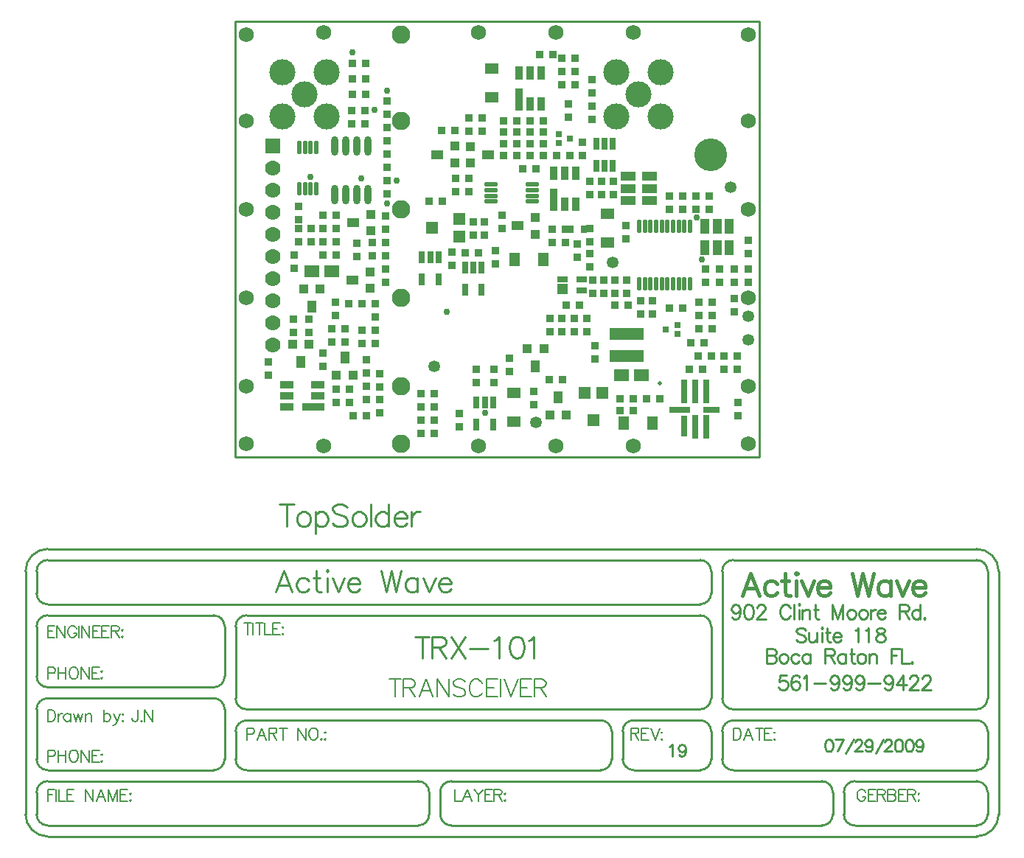
<source format=gts>
%FSLAX24Y24*%
%MOIN*%
G70*
G01*
G75*
G04 Layer_Color=8388736*
%ADD10R,0.0300X0.0300*%
%ADD11R,0.0200X0.0300*%
%ADD12R,0.0360X0.0360*%
%ADD13R,0.0500X0.0360*%
%ADD14R,0.0250X0.0950*%
%ADD15R,0.0250X0.0550*%
%ADD16R,0.0950X0.0250*%
%ADD17R,0.0550X0.0250*%
%ADD18R,0.0236X0.1000*%
%ADD19R,0.0236X0.0900*%
%ADD20R,0.0700X0.0236*%
%ADD21R,0.0900X0.0236*%
%ADD22R,0.0315X0.0591*%
%ADD23R,0.0591X0.0315*%
%ADD24O,0.0600X0.0160*%
%ADD25R,0.0200X0.0500*%
%ADD26O,0.0240X0.0800*%
%ADD27O,0.0160X0.0600*%
%ADD28O,0.0160X0.0600*%
%ADD29R,0.0394X0.0197*%
%ADD30R,0.0394X0.0394*%
%ADD31R,0.0300X0.0300*%
%ADD32R,0.0472X0.0472*%
%ADD33R,0.0472X0.0472*%
%ADD34R,0.0236X0.0236*%
%ADD35R,0.0360X0.0500*%
%ADD36R,0.0360X0.0360*%
%ADD37R,0.0600X0.0500*%
%ADD38C,0.0120*%
%ADD39R,0.1500X0.0500*%
%ADD40R,0.0550X0.0400*%
%ADD41R,0.0400X0.0550*%
%ADD42C,0.0140*%
%ADD43C,0.0120*%
%ADD44C,0.0300*%
%ADD45C,0.0100*%
%ADD46C,0.0200*%
%ADD47C,0.0080*%
%ADD48C,0.0090*%
%ADD49C,0.0150*%
%ADD50C,0.0050*%
%ADD51C,0.1100*%
%ADD52C,0.0620*%
%ADD53R,0.0620X0.0620*%
%ADD54C,0.0600*%
%ADD55C,0.0750*%
%ADD56C,0.1400*%
%ADD57C,0.0450*%
%ADD58C,0.0220*%
%ADD59C,0.0098*%
%ADD60C,0.0060*%
%ADD61R,0.0380X0.0380*%
%ADD62R,0.0280X0.0380*%
%ADD63R,0.0440X0.0440*%
%ADD64R,0.0580X0.0440*%
%ADD65R,0.0330X0.1030*%
%ADD66R,0.0330X0.0630*%
%ADD67R,0.1030X0.0330*%
%ADD68R,0.0630X0.0330*%
%ADD69R,0.0316X0.1080*%
%ADD70R,0.0316X0.0980*%
%ADD71R,0.0780X0.0316*%
%ADD72R,0.0980X0.0316*%
%ADD73R,0.0395X0.0671*%
%ADD74R,0.0671X0.0395*%
%ADD75O,0.0640X0.0200*%
%ADD76R,0.0280X0.0580*%
%ADD77O,0.0320X0.0880*%
%ADD78O,0.0200X0.0640*%
%ADD79O,0.0200X0.0640*%
%ADD80R,0.0474X0.0277*%
%ADD81R,0.0474X0.0474*%
%ADD82R,0.0380X0.0380*%
%ADD83R,0.0552X0.0552*%
%ADD84R,0.0552X0.0552*%
%ADD85R,0.0316X0.0316*%
%ADD86R,0.0440X0.0580*%
%ADD87R,0.0440X0.0440*%
%ADD88R,0.0680X0.0580*%
%ADD89C,0.0200*%
%ADD90R,0.1580X0.0580*%
%ADD91R,0.0630X0.0480*%
%ADD92R,0.0480X0.0630*%
%ADD93C,0.1180*%
%ADD94C,0.0700*%
%ADD95R,0.0700X0.0700*%
%ADD96C,0.0680*%
%ADD97C,0.0830*%
%ADD98C,0.1480*%
%ADD99C,0.0530*%
%ADD100C,0.0300*%
D45*
X1833Y-2750D02*
Y-3750D01*
X1500Y-2750D02*
X2167D01*
X2524Y-3083D02*
X2428Y-3131D01*
X2333Y-3226D01*
X2286Y-3369D01*
Y-3464D01*
X2333Y-3607D01*
X2428Y-3702D01*
X2524Y-3750D01*
X2666D01*
X2762Y-3702D01*
X2857Y-3607D01*
X2904Y-3464D01*
Y-3369D01*
X2857Y-3226D01*
X2762Y-3131D01*
X2666Y-3083D01*
X2524D01*
X3123D02*
Y-4083D01*
Y-3226D02*
X3219Y-3131D01*
X3314Y-3083D01*
X3457D01*
X3552Y-3131D01*
X3647Y-3226D01*
X3695Y-3369D01*
Y-3464D01*
X3647Y-3607D01*
X3552Y-3702D01*
X3457Y-3750D01*
X3314D01*
X3219Y-3702D01*
X3123Y-3607D01*
X4576Y-2893D02*
X4480Y-2798D01*
X4337Y-2750D01*
X4147D01*
X4004Y-2798D01*
X3909Y-2893D01*
Y-2988D01*
X3957Y-3083D01*
X4004Y-3131D01*
X4099Y-3179D01*
X4385Y-3274D01*
X4480Y-3322D01*
X4528Y-3369D01*
X4576Y-3464D01*
Y-3607D01*
X4480Y-3702D01*
X4337Y-3750D01*
X4147D01*
X4004Y-3702D01*
X3909Y-3607D01*
X5037Y-3083D02*
X4942Y-3131D01*
X4847Y-3226D01*
X4799Y-3369D01*
Y-3464D01*
X4847Y-3607D01*
X4942Y-3702D01*
X5037Y-3750D01*
X5180D01*
X5275Y-3702D01*
X5371Y-3607D01*
X5418Y-3464D01*
Y-3369D01*
X5371Y-3226D01*
X5275Y-3131D01*
X5180Y-3083D01*
X5037D01*
X5637Y-2750D02*
Y-3750D01*
X6418Y-2750D02*
Y-3750D01*
Y-3226D02*
X6323Y-3131D01*
X6228Y-3083D01*
X6085D01*
X5990Y-3131D01*
X5894Y-3226D01*
X5847Y-3369D01*
Y-3464D01*
X5894Y-3607D01*
X5990Y-3702D01*
X6085Y-3750D01*
X6228D01*
X6323Y-3702D01*
X6418Y-3607D01*
X6685Y-3369D02*
X7256D01*
Y-3274D01*
X7208Y-3179D01*
X7161Y-3131D01*
X7065Y-3083D01*
X6923D01*
X6827Y-3131D01*
X6732Y-3226D01*
X6685Y-3369D01*
Y-3464D01*
X6732Y-3607D01*
X6827Y-3702D01*
X6923Y-3750D01*
X7065D01*
X7161Y-3702D01*
X7256Y-3607D01*
X7470Y-3083D02*
Y-3750D01*
Y-3369D02*
X7518Y-3226D01*
X7613Y-3131D01*
X7708Y-3083D01*
X7851D01*
X21633Y13042D02*
G03*
X21633Y13042I-650J0D01*
G01*
X-497Y-600D02*
Y19100D01*
X-497Y-600D02*
X23203D01*
Y19100D01*
X-497D02*
X23203D01*
X8268Y-15769D02*
G03*
X7768Y-15269I-500J0D01*
G01*
X7779Y-17269D02*
G03*
X8268Y-16772I8J480D01*
G01*
X9268Y-15269D02*
G03*
X8768Y-15769I0J-500D01*
G01*
Y-16769D02*
G03*
X9259Y-17269I500J0D01*
G01*
X26518Y-15769D02*
G03*
X26018Y-15269I-500J0D01*
G01*
X26029Y-17269D02*
G03*
X26518Y-16772I8J480D01*
G01*
X27018Y-16779D02*
G03*
X27516Y-17269I490J0D01*
G01*
X27518Y-15269D02*
G03*
X27018Y-15769I0J-500D01*
G01*
X-982Y-8259D02*
G03*
X-1472Y-7769I-490J0D01*
G01*
X-1462Y-11019D02*
G03*
X-982Y-10539I0J480D01*
G01*
Y-12009D02*
G03*
X-1489Y-11519I-490J0D01*
G01*
X-482Y-11529D02*
G03*
X8Y-12019I490J0D01*
G01*
X-482Y-14279D02*
G03*
X8Y-14769I490J0D01*
G01*
X-1472D02*
G03*
X-982Y-14279I0J490D01*
G01*
X16518Y-13009D02*
G03*
X16028Y-12519I-490J0D01*
G01*
Y-14769D02*
G03*
X16518Y-14270I0J490D01*
G01*
X17018Y-14259D02*
G03*
X17519Y-14769I510J0D01*
G01*
X17498Y-12519D02*
G03*
X17018Y-13024I0J-480D01*
G01*
X18Y-12519D02*
G03*
X-482Y-13019I0J-500D01*
G01*
X18Y-7769D02*
G03*
X-482Y-8269I0J-500D01*
G01*
X-9482Y-14269D02*
G03*
X-8991Y-14769I500J0D01*
G01*
X-8982Y-11519D02*
G03*
X-9482Y-12019I0J-500D01*
G01*
Y-10519D02*
G03*
X-8982Y-11019I500J0D01*
G01*
Y-7769D02*
G03*
X-9482Y-8269I0J-500D01*
G01*
Y-6769D02*
G03*
X-8982Y-7269I500J0D01*
G01*
Y-5269D02*
G03*
X-9482Y-5769I0J-500D01*
G01*
X21018D02*
G03*
X20518Y-5269I-500J0D01*
G01*
X22018D02*
G03*
X21518Y-5769I0J-500D01*
G01*
X20518Y-7269D02*
G03*
X21018Y-6769I0J500D01*
G01*
Y-8269D02*
G03*
X20518Y-7769I-500J0D01*
G01*
X-8982Y-15269D02*
G03*
X-9482Y-15769I0J-500D01*
G01*
X20527Y-12019D02*
G03*
X21018Y-11519I-9J500D01*
G01*
X-9482Y-16769D02*
G03*
X-8991Y-17269I500J0D01*
G01*
X21018Y-13009D02*
G03*
X20528Y-12519I-490J0D01*
G01*
X21518Y-14279D02*
G03*
X22016Y-14769I490J0D01*
G01*
X20518Y-14769D02*
G03*
X21018Y-14269I0J500D01*
G01*
X33018Y-17269D02*
G03*
X33518Y-16769I0J500D01*
G01*
X33518Y-15760D02*
G03*
X33018Y-15269I-500J-9D01*
G01*
Y-14769D02*
G03*
X33518Y-14269I0J500D01*
G01*
Y-5759D02*
G03*
X33011Y-5269I-490J0D01*
G01*
X34018Y-5769D02*
G03*
X33018Y-4769I-1000J0D01*
G01*
Y-17769D02*
G03*
X34018Y-16769I0J1000D01*
G01*
X-9982Y-16759D02*
G03*
X-8990Y-17769I1010J0D01*
G01*
X-8982Y-4769D02*
G03*
X-9982Y-5769I0J-1000D01*
G01*
X21518Y-11519D02*
G03*
X22018Y-12019I500J0D01*
G01*
X33018D02*
G03*
X33518Y-11519I0J500D01*
G01*
X22018Y-12519D02*
G03*
X21518Y-13019I0J-500D01*
G01*
X33518Y-13009D02*
G03*
X33028Y-12519I-490J0D01*
G01*
X9268Y-17269D02*
X26018D01*
X-8982D02*
X7768D01*
X-8982Y-15269D02*
X7768D01*
X9268D02*
X26018D01*
X27518Y-17269D02*
X33018D01*
X27518Y-15269D02*
X33018D01*
X-8982Y-5269D02*
X20518D01*
X-8982Y-17769D02*
X33018D01*
X-8982Y-4769D02*
X33018D01*
X-8982Y-14769D02*
X-1482D01*
X-8982Y-11519D02*
X-1482D01*
X-8982Y-11019D02*
X-1482D01*
X-8982Y-7769D02*
X-1482D01*
X-8982Y-7269D02*
X20518D01*
X18Y-7769D02*
X20518D01*
X18Y-12519D02*
X16018D01*
X18Y-14769D02*
X16018D01*
X17518D02*
X20518D01*
X17518Y-12519D02*
X20518D01*
X22018Y-14769D02*
X33018D01*
X22018Y-5269D02*
X33018D01*
X18Y-12019D02*
X20518D01*
X22018D02*
X33018D01*
X22018Y-12519D02*
X33018D01*
X8268Y-16769D02*
Y-15769D01*
X8768Y-16769D02*
Y-15769D01*
X26518Y-16769D02*
Y-15769D01*
X27018Y-16769D02*
Y-15769D01*
X34018Y-16769D02*
Y-5769D01*
X-9482Y-14269D02*
Y-12019D01*
X-982Y-14269D02*
Y-12019D01*
X-9482Y-10519D02*
Y-8269D01*
X-982Y-10519D02*
Y-8269D01*
X-9482Y-6769D02*
Y-5769D01*
X21018Y-6769D02*
Y-5769D01*
Y-11519D02*
Y-8269D01*
X-482Y-11519D02*
Y-8269D01*
X16518Y-14269D02*
Y-13019D01*
X-482Y-14269D02*
Y-13019D01*
X17018Y-14269D02*
Y-13019D01*
X21018Y-14269D02*
Y-13019D01*
X33518Y-16769D02*
Y-15769D01*
X-9482Y-16769D02*
Y-15769D01*
X-9982Y-16769D02*
Y-5769D01*
X21518Y-11519D02*
Y-5769D01*
X33518Y-11519D02*
Y-5769D01*
X21518Y-14269D02*
Y-13019D01*
X33518Y-14269D02*
Y-13009D01*
X25305Y-8429D02*
X25244Y-8368D01*
X25153Y-8337D01*
X25031D01*
X24940Y-8368D01*
X24879Y-8429D01*
Y-8490D01*
X24909Y-8551D01*
X24940Y-8581D01*
X25000Y-8612D01*
X25183Y-8672D01*
X25244Y-8703D01*
X25275Y-8733D01*
X25305Y-8794D01*
Y-8886D01*
X25244Y-8947D01*
X25153Y-8977D01*
X25031D01*
X24940Y-8947D01*
X24879Y-8886D01*
X25448Y-8551D02*
Y-8855D01*
X25479Y-8947D01*
X25540Y-8977D01*
X25631D01*
X25692Y-8947D01*
X25784Y-8855D01*
Y-8551D02*
Y-8977D01*
X26012Y-8337D02*
X26043Y-8368D01*
X26073Y-8337D01*
X26043Y-8307D01*
X26012Y-8337D01*
X26043Y-8551D02*
Y-8977D01*
X26277Y-8337D02*
Y-8855D01*
X26308Y-8947D01*
X26369Y-8977D01*
X26429D01*
X26186Y-8551D02*
X26399D01*
X26521Y-8733D02*
X26887D01*
Y-8672D01*
X26856Y-8612D01*
X26826Y-8581D01*
X26765Y-8551D01*
X26673D01*
X26612Y-8581D01*
X26551Y-8642D01*
X26521Y-8733D01*
Y-8794D01*
X26551Y-8886D01*
X26612Y-8947D01*
X26673Y-8977D01*
X26765D01*
X26826Y-8947D01*
X26887Y-8886D01*
X27526Y-8459D02*
X27587Y-8429D01*
X27679Y-8337D01*
Y-8977D01*
X27996Y-8459D02*
X28057Y-8429D01*
X28148Y-8337D01*
Y-8977D01*
X28617Y-8337D02*
X28526Y-8368D01*
X28495Y-8429D01*
Y-8490D01*
X28526Y-8551D01*
X28587Y-8581D01*
X28709Y-8612D01*
X28800Y-8642D01*
X28861Y-8703D01*
X28891Y-8764D01*
Y-8855D01*
X28861Y-8916D01*
X28830Y-8947D01*
X28739Y-8977D01*
X28617D01*
X28526Y-8947D01*
X28495Y-8916D01*
X28465Y-8855D01*
Y-8764D01*
X28495Y-8703D01*
X28556Y-8642D01*
X28648Y-8612D01*
X28770Y-8581D01*
X28830Y-8551D01*
X28861Y-8490D01*
Y-8429D01*
X28830Y-8368D01*
X28739Y-8337D01*
X28617D01*
X24444Y-10487D02*
X24140D01*
X24109Y-10762D01*
X24140Y-10731D01*
X24231Y-10701D01*
X24322D01*
X24414Y-10731D01*
X24475Y-10792D01*
X24505Y-10883D01*
Y-10944D01*
X24475Y-11036D01*
X24414Y-11097D01*
X24322Y-11127D01*
X24231D01*
X24140Y-11097D01*
X24109Y-11066D01*
X24079Y-11005D01*
X25014Y-10579D02*
X24984Y-10518D01*
X24892Y-10487D01*
X24831D01*
X24740Y-10518D01*
X24679Y-10609D01*
X24648Y-10762D01*
Y-10914D01*
X24679Y-11036D01*
X24740Y-11097D01*
X24831Y-11127D01*
X24862D01*
X24953Y-11097D01*
X25014Y-11036D01*
X25044Y-10944D01*
Y-10914D01*
X25014Y-10822D01*
X24953Y-10762D01*
X24862Y-10731D01*
X24831D01*
X24740Y-10762D01*
X24679Y-10822D01*
X24648Y-10914D01*
X25185Y-10609D02*
X25246Y-10579D01*
X25337Y-10487D01*
Y-11127D01*
X25654Y-10853D02*
X26202D01*
X26787Y-10701D02*
X26757Y-10792D01*
X26696Y-10853D01*
X26605Y-10883D01*
X26574D01*
X26483Y-10853D01*
X26422Y-10792D01*
X26391Y-10701D01*
Y-10670D01*
X26422Y-10579D01*
X26483Y-10518D01*
X26574Y-10487D01*
X26605D01*
X26696Y-10518D01*
X26757Y-10579D01*
X26787Y-10701D01*
Y-10853D01*
X26757Y-11005D01*
X26696Y-11097D01*
X26605Y-11127D01*
X26544D01*
X26452Y-11097D01*
X26422Y-11036D01*
X27357Y-10701D02*
X27327Y-10792D01*
X27266Y-10853D01*
X27174Y-10883D01*
X27144D01*
X27052Y-10853D01*
X26991Y-10792D01*
X26961Y-10701D01*
Y-10670D01*
X26991Y-10579D01*
X27052Y-10518D01*
X27144Y-10487D01*
X27174D01*
X27266Y-10518D01*
X27327Y-10579D01*
X27357Y-10701D01*
Y-10853D01*
X27327Y-11005D01*
X27266Y-11097D01*
X27174Y-11127D01*
X27113D01*
X27022Y-11097D01*
X26991Y-11036D01*
X27927Y-10701D02*
X27896Y-10792D01*
X27836Y-10853D01*
X27744Y-10883D01*
X27714D01*
X27622Y-10853D01*
X27561Y-10792D01*
X27531Y-10701D01*
Y-10670D01*
X27561Y-10579D01*
X27622Y-10518D01*
X27714Y-10487D01*
X27744D01*
X27836Y-10518D01*
X27896Y-10579D01*
X27927Y-10701D01*
Y-10853D01*
X27896Y-11005D01*
X27836Y-11097D01*
X27744Y-11127D01*
X27683D01*
X27592Y-11097D01*
X27561Y-11036D01*
X28101Y-10853D02*
X28649D01*
X29234Y-10701D02*
X29204Y-10792D01*
X29143Y-10853D01*
X29051Y-10883D01*
X29021D01*
X28929Y-10853D01*
X28868Y-10792D01*
X28838Y-10701D01*
Y-10670D01*
X28868Y-10579D01*
X28929Y-10518D01*
X29021Y-10487D01*
X29051D01*
X29143Y-10518D01*
X29204Y-10579D01*
X29234Y-10701D01*
Y-10853D01*
X29204Y-11005D01*
X29143Y-11097D01*
X29051Y-11127D01*
X28990D01*
X28899Y-11097D01*
X28868Y-11036D01*
X29712Y-10487D02*
X29408Y-10914D01*
X29865D01*
X29712Y-10487D02*
Y-11127D01*
X30008Y-10640D02*
Y-10609D01*
X30038Y-10548D01*
X30069Y-10518D01*
X30130Y-10487D01*
X30252D01*
X30313Y-10518D01*
X30343Y-10548D01*
X30374Y-10609D01*
Y-10670D01*
X30343Y-10731D01*
X30282Y-10822D01*
X29978Y-11127D01*
X30404D01*
X30578Y-10640D02*
Y-10609D01*
X30608Y-10548D01*
X30639Y-10518D01*
X30700Y-10487D01*
X30822D01*
X30882Y-10518D01*
X30913Y-10548D01*
X30943Y-10609D01*
Y-10670D01*
X30913Y-10731D01*
X30852Y-10822D01*
X30547Y-11127D01*
X30974D01*
X22325Y-7501D02*
X22294Y-7592D01*
X22233Y-7653D01*
X22142Y-7683D01*
X22111D01*
X22020Y-7653D01*
X21959Y-7592D01*
X21929Y-7501D01*
Y-7470D01*
X21959Y-7379D01*
X22020Y-7318D01*
X22111Y-7287D01*
X22142D01*
X22233Y-7318D01*
X22294Y-7379D01*
X22325Y-7501D01*
Y-7653D01*
X22294Y-7805D01*
X22233Y-7897D01*
X22142Y-7927D01*
X22081D01*
X21990Y-7897D01*
X21959Y-7836D01*
X22681Y-7287D02*
X22590Y-7318D01*
X22529Y-7409D01*
X22498Y-7562D01*
Y-7653D01*
X22529Y-7805D01*
X22590Y-7897D01*
X22681Y-7927D01*
X22742D01*
X22834Y-7897D01*
X22894Y-7805D01*
X22925Y-7653D01*
Y-7562D01*
X22894Y-7409D01*
X22834Y-7318D01*
X22742Y-7287D01*
X22681D01*
X23099Y-7440D02*
Y-7409D01*
X23129Y-7348D01*
X23160Y-7318D01*
X23221Y-7287D01*
X23342D01*
X23403Y-7318D01*
X23434Y-7348D01*
X23464Y-7409D01*
Y-7470D01*
X23434Y-7531D01*
X23373Y-7622D01*
X23068Y-7927D01*
X23495D01*
X24598Y-7440D02*
X24567Y-7379D01*
X24506Y-7318D01*
X24445Y-7287D01*
X24323D01*
X24263Y-7318D01*
X24202Y-7379D01*
X24171Y-7440D01*
X24141Y-7531D01*
Y-7683D01*
X24171Y-7775D01*
X24202Y-7836D01*
X24263Y-7897D01*
X24323Y-7927D01*
X24445D01*
X24506Y-7897D01*
X24567Y-7836D01*
X24598Y-7775D01*
X24778Y-7287D02*
Y-7927D01*
X24973Y-7287D02*
X25003Y-7318D01*
X25033Y-7287D01*
X25003Y-7257D01*
X24973Y-7287D01*
X25003Y-7501D02*
Y-7927D01*
X25146Y-7501D02*
Y-7927D01*
Y-7622D02*
X25238Y-7531D01*
X25299Y-7501D01*
X25390D01*
X25451Y-7531D01*
X25481Y-7622D01*
Y-7927D01*
X25740Y-7287D02*
Y-7805D01*
X25771Y-7897D01*
X25832Y-7927D01*
X25893D01*
X25649Y-7501D02*
X25862D01*
X26487Y-7287D02*
Y-7927D01*
Y-7287D02*
X26731Y-7927D01*
X26974Y-7287D02*
X26731Y-7927D01*
X26974Y-7287D02*
Y-7927D01*
X27310Y-7501D02*
X27249Y-7531D01*
X27188Y-7592D01*
X27157Y-7683D01*
Y-7744D01*
X27188Y-7836D01*
X27249Y-7897D01*
X27310Y-7927D01*
X27401D01*
X27462Y-7897D01*
X27523Y-7836D01*
X27553Y-7744D01*
Y-7683D01*
X27523Y-7592D01*
X27462Y-7531D01*
X27401Y-7501D01*
X27310D01*
X27846D02*
X27785Y-7531D01*
X27724Y-7592D01*
X27693Y-7683D01*
Y-7744D01*
X27724Y-7836D01*
X27785Y-7897D01*
X27846Y-7927D01*
X27937D01*
X27998Y-7897D01*
X28059Y-7836D01*
X28090Y-7744D01*
Y-7683D01*
X28059Y-7592D01*
X27998Y-7531D01*
X27937Y-7501D01*
X27846D01*
X28230D02*
Y-7927D01*
Y-7683D02*
X28260Y-7592D01*
X28321Y-7531D01*
X28382Y-7501D01*
X28473D01*
X28531Y-7683D02*
X28897D01*
Y-7622D01*
X28867Y-7562D01*
X28836Y-7531D01*
X28775Y-7501D01*
X28684D01*
X28623Y-7531D01*
X28562Y-7592D01*
X28531Y-7683D01*
Y-7744D01*
X28562Y-7836D01*
X28623Y-7897D01*
X28684Y-7927D01*
X28775D01*
X28836Y-7897D01*
X28897Y-7836D01*
X29537Y-7287D02*
Y-7927D01*
Y-7287D02*
X29811D01*
X29902Y-7318D01*
X29933Y-7348D01*
X29963Y-7409D01*
Y-7470D01*
X29933Y-7531D01*
X29902Y-7562D01*
X29811Y-7592D01*
X29537D01*
X29750D02*
X29963Y-7927D01*
X30472Y-7287D02*
Y-7927D01*
Y-7592D02*
X30411Y-7531D01*
X30350Y-7501D01*
X30259D01*
X30198Y-7531D01*
X30137Y-7592D01*
X30107Y-7683D01*
Y-7744D01*
X30137Y-7836D01*
X30198Y-7897D01*
X30259Y-7927D01*
X30350D01*
X30411Y-7897D01*
X30472Y-7836D01*
X30673Y-7866D02*
X30643Y-7897D01*
X30673Y-7927D01*
X30704Y-7897D01*
X30673Y-7866D01*
X23529Y-9287D02*
Y-9927D01*
Y-9287D02*
X23803D01*
X23894Y-9318D01*
X23925Y-9348D01*
X23955Y-9409D01*
Y-9470D01*
X23925Y-9531D01*
X23894Y-9562D01*
X23803Y-9592D01*
X23529D02*
X23803D01*
X23894Y-9622D01*
X23925Y-9653D01*
X23955Y-9714D01*
Y-9805D01*
X23925Y-9866D01*
X23894Y-9897D01*
X23803Y-9927D01*
X23529D01*
X24251Y-9501D02*
X24190Y-9531D01*
X24129Y-9592D01*
X24098Y-9683D01*
Y-9744D01*
X24129Y-9836D01*
X24190Y-9897D01*
X24251Y-9927D01*
X24342D01*
X24403Y-9897D01*
X24464Y-9836D01*
X24494Y-9744D01*
Y-9683D01*
X24464Y-9592D01*
X24403Y-9531D01*
X24342Y-9501D01*
X24251D01*
X25000Y-9592D02*
X24939Y-9531D01*
X24878Y-9501D01*
X24787D01*
X24726Y-9531D01*
X24665Y-9592D01*
X24635Y-9683D01*
Y-9744D01*
X24665Y-9836D01*
X24726Y-9897D01*
X24787Y-9927D01*
X24878D01*
X24939Y-9897D01*
X25000Y-9836D01*
X25503Y-9501D02*
Y-9927D01*
Y-9592D02*
X25442Y-9531D01*
X25381Y-9501D01*
X25290D01*
X25229Y-9531D01*
X25168Y-9592D01*
X25137Y-9683D01*
Y-9744D01*
X25168Y-9836D01*
X25229Y-9897D01*
X25290Y-9927D01*
X25381D01*
X25442Y-9897D01*
X25503Y-9836D01*
X26176Y-9287D02*
Y-9927D01*
Y-9287D02*
X26451D01*
X26542Y-9318D01*
X26572Y-9348D01*
X26603Y-9409D01*
Y-9470D01*
X26572Y-9531D01*
X26542Y-9562D01*
X26451Y-9592D01*
X26176D01*
X26390D02*
X26603Y-9927D01*
X27112Y-9501D02*
Y-9927D01*
Y-9592D02*
X27051Y-9531D01*
X26990Y-9501D01*
X26899D01*
X26838Y-9531D01*
X26777Y-9592D01*
X26746Y-9683D01*
Y-9744D01*
X26777Y-9836D01*
X26838Y-9897D01*
X26899Y-9927D01*
X26990D01*
X27051Y-9897D01*
X27112Y-9836D01*
X27374Y-9287D02*
Y-9805D01*
X27404Y-9897D01*
X27465Y-9927D01*
X27526D01*
X27282Y-9501D02*
X27496D01*
X27770D02*
X27709Y-9531D01*
X27648Y-9592D01*
X27618Y-9683D01*
Y-9744D01*
X27648Y-9836D01*
X27709Y-9897D01*
X27770Y-9927D01*
X27861D01*
X27922Y-9897D01*
X27983Y-9836D01*
X28014Y-9744D01*
Y-9683D01*
X27983Y-9592D01*
X27922Y-9531D01*
X27861Y-9501D01*
X27770D01*
X28154D02*
Y-9927D01*
Y-9622D02*
X28245Y-9531D01*
X28306Y-9501D01*
X28398D01*
X28459Y-9531D01*
X28489Y-9622D01*
Y-9927D01*
X29159Y-9287D02*
Y-9927D01*
Y-9287D02*
X29555D01*
X29159Y-9592D02*
X29403D01*
X29629Y-9287D02*
Y-9927D01*
X29994D01*
X30095Y-9866D02*
X30064Y-9897D01*
X30095Y-9927D01*
X30125Y-9897D01*
X30095Y-9866D01*
D47*
X6747Y-10660D02*
Y-11460D01*
X6480Y-10660D02*
X7013D01*
X7108D02*
Y-11460D01*
Y-10660D02*
X7451D01*
X7565Y-10698D01*
X7604Y-10736D01*
X7642Y-10813D01*
Y-10889D01*
X7604Y-10965D01*
X7565Y-11003D01*
X7451Y-11041D01*
X7108D01*
X7375D02*
X7642Y-11460D01*
X8430D02*
X8125Y-10660D01*
X7821Y-11460D01*
X7935Y-11193D02*
X8316D01*
X8617Y-10660D02*
Y-11460D01*
Y-10660D02*
X9150Y-11460D01*
Y-10660D02*
Y-11460D01*
X9904Y-10774D02*
X9828Y-10698D01*
X9714Y-10660D01*
X9561D01*
X9447Y-10698D01*
X9371Y-10774D01*
Y-10851D01*
X9409Y-10927D01*
X9447Y-10965D01*
X9523Y-11003D01*
X9752Y-11079D01*
X9828Y-11117D01*
X9866Y-11155D01*
X9904Y-11231D01*
Y-11346D01*
X9828Y-11422D01*
X9714Y-11460D01*
X9561D01*
X9447Y-11422D01*
X9371Y-11346D01*
X10654Y-10851D02*
X10616Y-10774D01*
X10540Y-10698D01*
X10464Y-10660D01*
X10312D01*
X10235Y-10698D01*
X10159Y-10774D01*
X10121Y-10851D01*
X10083Y-10965D01*
Y-11155D01*
X10121Y-11270D01*
X10159Y-11346D01*
X10235Y-11422D01*
X10312Y-11460D01*
X10464D01*
X10540Y-11422D01*
X10616Y-11346D01*
X10654Y-11270D01*
X11374Y-10660D02*
X10879D01*
Y-11460D01*
X11374D01*
X10879Y-11041D02*
X11184D01*
X11507Y-10660D02*
Y-11460D01*
X11675Y-10660D02*
X11980Y-11460D01*
X12284Y-10660D02*
X11980Y-11460D01*
X12882Y-10660D02*
X12387D01*
Y-11460D01*
X12882D01*
X12387Y-11041D02*
X12692D01*
X13016Y-10660D02*
Y-11460D01*
Y-10660D02*
X13359D01*
X13473Y-10698D01*
X13511Y-10736D01*
X13549Y-10813D01*
Y-10889D01*
X13511Y-10965D01*
X13473Y-11003D01*
X13359Y-11041D01*
X13016D01*
X13282D02*
X13549Y-11460D01*
X-4899Y-12046D02*
Y-12453D01*
X-4924Y-12529D01*
X-4949Y-12554D01*
X-5000Y-12579D01*
X-5051D01*
X-5102Y-12554D01*
X-5127Y-12529D01*
X-5153Y-12453D01*
Y-12402D01*
X-4736Y-12529D02*
X-4762Y-12554D01*
X-4736Y-12579D01*
X-4711Y-12554D01*
X-4736Y-12529D01*
X-4594Y-12046D02*
Y-12579D01*
Y-12046D02*
X-4238Y-12579D01*
Y-12046D02*
Y-12579D01*
D48*
X26318Y-13390D02*
X26242Y-13416D01*
X26191Y-13492D01*
X26165Y-13619D01*
Y-13695D01*
X26191Y-13822D01*
X26242Y-13898D01*
X26318Y-13924D01*
X26369D01*
X26445Y-13898D01*
X26496Y-13822D01*
X26521Y-13695D01*
Y-13619D01*
X26496Y-13492D01*
X26445Y-13416D01*
X26369Y-13390D01*
X26318D01*
X26996D02*
X26742Y-13924D01*
X26640Y-13390D02*
X26996D01*
X27115Y-14000D02*
X27471Y-13390D01*
X27532Y-13517D02*
Y-13492D01*
X27557Y-13441D01*
X27582Y-13416D01*
X27633Y-13390D01*
X27735D01*
X27785Y-13416D01*
X27811Y-13441D01*
X27836Y-13492D01*
Y-13543D01*
X27811Y-13593D01*
X27760Y-13670D01*
X27506Y-13924D01*
X27862D01*
X28311Y-13568D02*
X28286Y-13644D01*
X28235Y-13695D01*
X28159Y-13720D01*
X28133D01*
X28057Y-13695D01*
X28006Y-13644D01*
X27981Y-13568D01*
Y-13543D01*
X28006Y-13466D01*
X28057Y-13416D01*
X28133Y-13390D01*
X28159D01*
X28235Y-13416D01*
X28286Y-13466D01*
X28311Y-13568D01*
Y-13695D01*
X28286Y-13822D01*
X28235Y-13898D01*
X28159Y-13924D01*
X28108D01*
X28032Y-13898D01*
X28006Y-13847D01*
X28456Y-14000D02*
X28811Y-13390D01*
X28872Y-13517D02*
Y-13492D01*
X28898Y-13441D01*
X28923Y-13416D01*
X28974Y-13390D01*
X29075D01*
X29126Y-13416D01*
X29152Y-13441D01*
X29177Y-13492D01*
Y-13543D01*
X29152Y-13593D01*
X29101Y-13670D01*
X28847Y-13924D01*
X29202D01*
X29474Y-13390D02*
X29398Y-13416D01*
X29347Y-13492D01*
X29322Y-13619D01*
Y-13695D01*
X29347Y-13822D01*
X29398Y-13898D01*
X29474Y-13924D01*
X29525D01*
X29601Y-13898D01*
X29652Y-13822D01*
X29677Y-13695D01*
Y-13619D01*
X29652Y-13492D01*
X29601Y-13416D01*
X29525Y-13390D01*
X29474D01*
X29949D02*
X29873Y-13416D01*
X29822Y-13492D01*
X29797Y-13619D01*
Y-13695D01*
X29822Y-13822D01*
X29873Y-13898D01*
X29949Y-13924D01*
X30000D01*
X30076Y-13898D01*
X30127Y-13822D01*
X30152Y-13695D01*
Y-13619D01*
X30127Y-13492D01*
X30076Y-13416D01*
X30000Y-13390D01*
X29949D01*
X30601Y-13568D02*
X30576Y-13644D01*
X30525Y-13695D01*
X30449Y-13720D01*
X30424D01*
X30347Y-13695D01*
X30297Y-13644D01*
X30271Y-13568D01*
Y-13543D01*
X30297Y-13466D01*
X30347Y-13416D01*
X30424Y-13390D01*
X30449D01*
X30525Y-13416D01*
X30576Y-13466D01*
X30601Y-13568D01*
Y-13695D01*
X30576Y-13822D01*
X30525Y-13898D01*
X30449Y-13924D01*
X30398D01*
X30322Y-13898D01*
X30297Y-13847D01*
X2049Y-6719D02*
X1683Y-5759D01*
X1318Y-6719D01*
X1455Y-6399D02*
X1912D01*
X2821Y-6216D02*
X2730Y-6125D01*
X2639Y-6079D01*
X2502D01*
X2410Y-6125D01*
X2319Y-6216D01*
X2273Y-6353D01*
Y-6445D01*
X2319Y-6582D01*
X2410Y-6673D01*
X2502Y-6719D01*
X2639D01*
X2730Y-6673D01*
X2821Y-6582D01*
X3164Y-5759D02*
Y-6536D01*
X3210Y-6673D01*
X3301Y-6719D01*
X3393D01*
X3027Y-6079D02*
X3347D01*
X3621Y-5759D02*
X3667Y-5805D01*
X3713Y-5759D01*
X3667Y-5713D01*
X3621Y-5759D01*
X3667Y-6079D02*
Y-6719D01*
X3882Y-6079D02*
X4156Y-6719D01*
X4430Y-6079D02*
X4156Y-6719D01*
X4586Y-6353D02*
X5134D01*
Y-6262D01*
X5088Y-6170D01*
X5043Y-6125D01*
X4951Y-6079D01*
X4814D01*
X4723Y-6125D01*
X4631Y-6216D01*
X4586Y-6353D01*
Y-6445D01*
X4631Y-6582D01*
X4723Y-6673D01*
X4814Y-6719D01*
X4951D01*
X5043Y-6673D01*
X5134Y-6582D01*
X6094Y-5759D02*
X6322Y-6719D01*
X6551Y-5759D02*
X6322Y-6719D01*
X6551Y-5759D02*
X6779Y-6719D01*
X7008Y-5759D02*
X6779Y-6719D01*
X7748Y-6079D02*
Y-6719D01*
Y-6216D02*
X7657Y-6125D01*
X7566Y-6079D01*
X7428D01*
X7337Y-6125D01*
X7246Y-6216D01*
X7200Y-6353D01*
Y-6445D01*
X7246Y-6582D01*
X7337Y-6673D01*
X7428Y-6719D01*
X7566D01*
X7657Y-6673D01*
X7748Y-6582D01*
X8004Y-6079D02*
X8279Y-6719D01*
X8553Y-6079D02*
X8279Y-6719D01*
X8708Y-6353D02*
X9257D01*
Y-6262D01*
X9211Y-6170D01*
X9165Y-6125D01*
X9074Y-6079D01*
X8937D01*
X8845Y-6125D01*
X8754Y-6216D01*
X8708Y-6353D01*
Y-6445D01*
X8754Y-6582D01*
X8845Y-6673D01*
X8937Y-6719D01*
X9074D01*
X9165Y-6673D01*
X9257Y-6582D01*
X7960Y-8740D02*
Y-9700D01*
X7640Y-8740D02*
X8280D01*
X8394D02*
Y-9700D01*
Y-8740D02*
X8805D01*
X8943Y-8786D01*
X8988Y-8832D01*
X9034Y-8923D01*
Y-9014D01*
X8988Y-9106D01*
X8943Y-9152D01*
X8805Y-9197D01*
X8394D01*
X8714D02*
X9034Y-9700D01*
X9249Y-8740D02*
X9889Y-9700D01*
Y-8740D02*
X9249Y-9700D01*
X10103Y-9289D02*
X10926D01*
X11210Y-8923D02*
X11301Y-8877D01*
X11438Y-8740D01*
Y-9700D01*
X12188Y-8740D02*
X12050Y-8786D01*
X11959Y-8923D01*
X11913Y-9152D01*
Y-9289D01*
X11959Y-9517D01*
X12050Y-9654D01*
X12188Y-9700D01*
X12279D01*
X12416Y-9654D01*
X12508Y-9517D01*
X12553Y-9289D01*
Y-9152D01*
X12508Y-8923D01*
X12416Y-8786D01*
X12279Y-8740D01*
X12188D01*
X12768Y-8923D02*
X12859Y-8877D01*
X12997Y-8740D01*
Y-9700D01*
X19143Y-13712D02*
X19194Y-13687D01*
X19270Y-13611D01*
Y-14144D01*
X19864Y-13788D02*
X19839Y-13865D01*
X19788Y-13915D01*
X19712Y-13941D01*
X19686D01*
X19610Y-13915D01*
X19559Y-13865D01*
X19534Y-13788D01*
Y-13763D01*
X19559Y-13687D01*
X19610Y-13636D01*
X19686Y-13611D01*
X19712D01*
X19788Y-13636D01*
X19839Y-13687D01*
X19864Y-13788D01*
Y-13915D01*
X19839Y-14042D01*
X19788Y-14119D01*
X19712Y-14144D01*
X19661D01*
X19585Y-14119D01*
X19559Y-14068D01*
D49*
X23190Y-6877D02*
X22809Y-5877D01*
X22429Y-6877D01*
X22571Y-6544D02*
X23047D01*
X23995Y-6353D02*
X23900Y-6258D01*
X23804Y-6211D01*
X23662D01*
X23566Y-6258D01*
X23471Y-6353D01*
X23424Y-6496D01*
Y-6592D01*
X23471Y-6734D01*
X23566Y-6830D01*
X23662Y-6877D01*
X23804D01*
X23900Y-6830D01*
X23995Y-6734D01*
X24352Y-5877D02*
Y-6687D01*
X24400Y-6830D01*
X24495Y-6877D01*
X24590D01*
X24209Y-6211D02*
X24542D01*
X24828Y-5877D02*
X24876Y-5925D01*
X24923Y-5877D01*
X24876Y-5830D01*
X24828Y-5877D01*
X24876Y-6211D02*
Y-6877D01*
X25099Y-6211D02*
X25385Y-6877D01*
X25671Y-6211D02*
X25385Y-6877D01*
X25833Y-6496D02*
X26404D01*
Y-6401D01*
X26356Y-6306D01*
X26309Y-6258D01*
X26213Y-6211D01*
X26071D01*
X25975Y-6258D01*
X25880Y-6353D01*
X25833Y-6496D01*
Y-6592D01*
X25880Y-6734D01*
X25975Y-6830D01*
X26071Y-6877D01*
X26213D01*
X26309Y-6830D01*
X26404Y-6734D01*
X27404Y-5877D02*
X27642Y-6877D01*
X27880Y-5877D02*
X27642Y-6877D01*
X27880Y-5877D02*
X28118Y-6877D01*
X28356Y-5877D02*
X28118Y-6877D01*
X29127Y-6211D02*
Y-6877D01*
Y-6353D02*
X29032Y-6258D01*
X28937Y-6211D01*
X28794D01*
X28699Y-6258D01*
X28603Y-6353D01*
X28556Y-6496D01*
Y-6592D01*
X28603Y-6734D01*
X28699Y-6830D01*
X28794Y-6877D01*
X28937D01*
X29032Y-6830D01*
X29127Y-6734D01*
X29394Y-6211D02*
X29679Y-6877D01*
X29965Y-6211D02*
X29679Y-6877D01*
X30127Y-6496D02*
X30698D01*
Y-6401D01*
X30651Y-6306D01*
X30603Y-6258D01*
X30508Y-6211D01*
X30365D01*
X30270Y-6258D01*
X30175Y-6353D01*
X30127Y-6496D01*
Y-6592D01*
X30175Y-6734D01*
X30270Y-6830D01*
X30365Y-6877D01*
X30508D01*
X30603Y-6830D01*
X30698Y-6734D01*
D50*
X27999Y-15763D02*
X27973Y-15712D01*
X27922Y-15661D01*
X27872Y-15636D01*
X27770D01*
X27719Y-15661D01*
X27669Y-15712D01*
X27643Y-15763D01*
X27618Y-15839D01*
Y-15966D01*
X27643Y-16042D01*
X27669Y-16093D01*
X27719Y-16144D01*
X27770Y-16169D01*
X27872D01*
X27922Y-16144D01*
X27973Y-16093D01*
X27999Y-16042D01*
Y-15966D01*
X27872D02*
X27999D01*
X28451Y-15636D02*
X28121D01*
Y-16169D01*
X28451D01*
X28121Y-15890D02*
X28324D01*
X28540Y-15636D02*
Y-16169D01*
Y-15636D02*
X28768D01*
X28844Y-15661D01*
X28870Y-15687D01*
X28895Y-15737D01*
Y-15788D01*
X28870Y-15839D01*
X28844Y-15864D01*
X28768Y-15890D01*
X28540D01*
X28717D02*
X28895Y-16169D01*
X29014Y-15636D02*
Y-16169D01*
Y-15636D02*
X29243D01*
X29319Y-15661D01*
X29344Y-15687D01*
X29370Y-15737D01*
Y-15788D01*
X29344Y-15839D01*
X29319Y-15864D01*
X29243Y-15890D01*
X29014D02*
X29243D01*
X29319Y-15915D01*
X29344Y-15940D01*
X29370Y-15991D01*
Y-16067D01*
X29344Y-16118D01*
X29319Y-16144D01*
X29243Y-16169D01*
X29014D01*
X29819Y-15636D02*
X29489D01*
Y-16169D01*
X29819D01*
X29489Y-15890D02*
X29692D01*
X29908Y-15636D02*
Y-16169D01*
Y-15636D02*
X30137D01*
X30213Y-15661D01*
X30238Y-15687D01*
X30264Y-15737D01*
Y-15788D01*
X30238Y-15839D01*
X30213Y-15864D01*
X30137Y-15890D01*
X29908D01*
X30086D02*
X30264Y-16169D01*
X30408Y-15813D02*
X30383Y-15839D01*
X30408Y-15864D01*
X30434Y-15839D01*
X30408Y-15813D01*
Y-16118D02*
X30383Y-16144D01*
X30408Y-16169D01*
X30434Y-16144D01*
X30408Y-16118D01*
X-8982Y-15636D02*
Y-16169D01*
Y-15636D02*
X-8652D01*
X-8982Y-15890D02*
X-8779D01*
X-8591Y-15636D02*
Y-16169D01*
X-8479Y-15636D02*
Y-16169D01*
X-8175D01*
X-7786Y-15636D02*
X-8116D01*
Y-16169D01*
X-7786D01*
X-8116Y-15890D02*
X-7913D01*
X-7278Y-15636D02*
Y-16169D01*
Y-15636D02*
X-6923Y-16169D01*
Y-15636D02*
Y-16169D01*
X-6369D02*
X-6573Y-15636D01*
X-6776Y-16169D01*
X-6700Y-15991D02*
X-6446D01*
X-6245Y-15636D02*
Y-16169D01*
Y-15636D02*
X-6042Y-16169D01*
X-5839Y-15636D02*
X-6042Y-16169D01*
X-5839Y-15636D02*
Y-16169D01*
X-5356Y-15636D02*
X-5686D01*
Y-16169D01*
X-5356D01*
X-5686Y-15890D02*
X-5483D01*
X-5242Y-15813D02*
X-5267Y-15839D01*
X-5242Y-15864D01*
X-5217Y-15839D01*
X-5242Y-15813D01*
Y-16118D02*
X-5267Y-16144D01*
X-5242Y-16169D01*
X-5217Y-16144D01*
X-5242Y-16118D01*
X-8982Y-12036D02*
Y-12569D01*
Y-12036D02*
X-8804D01*
X-8728Y-12061D01*
X-8678Y-12112D01*
X-8652Y-12163D01*
X-8627Y-12239D01*
Y-12366D01*
X-8652Y-12442D01*
X-8678Y-12493D01*
X-8728Y-12544D01*
X-8804Y-12569D01*
X-8982D01*
X-8507Y-12213D02*
Y-12569D01*
Y-12366D02*
X-8482Y-12290D01*
X-8431Y-12239D01*
X-8380Y-12213D01*
X-8304D01*
X-7951D02*
Y-12569D01*
Y-12290D02*
X-8002Y-12239D01*
X-8053Y-12213D01*
X-8129D01*
X-8180Y-12239D01*
X-8231Y-12290D01*
X-8256Y-12366D01*
Y-12417D01*
X-8231Y-12493D01*
X-8180Y-12544D01*
X-8129Y-12569D01*
X-8053D01*
X-8002Y-12544D01*
X-7951Y-12493D01*
X-7809Y-12213D02*
X-7708Y-12569D01*
X-7606Y-12213D02*
X-7708Y-12569D01*
X-7606Y-12213D02*
X-7504Y-12569D01*
X-7403Y-12213D02*
X-7504Y-12569D01*
X-7278Y-12213D02*
Y-12569D01*
Y-12315D02*
X-7202Y-12239D01*
X-7151Y-12213D01*
X-7075D01*
X-7025Y-12239D01*
X-6999Y-12315D01*
Y-12569D01*
X-6441Y-12036D02*
Y-12569D01*
Y-12290D02*
X-6390Y-12239D01*
X-6339Y-12213D01*
X-6263D01*
X-6212Y-12239D01*
X-6161Y-12290D01*
X-6136Y-12366D01*
Y-12417D01*
X-6161Y-12493D01*
X-6212Y-12544D01*
X-6263Y-12569D01*
X-6339D01*
X-6390Y-12544D01*
X-6441Y-12493D01*
X-5996Y-12213D02*
X-5844Y-12569D01*
X-5691Y-12213D02*
X-5844Y-12569D01*
X-5895Y-12671D01*
X-5945Y-12721D01*
X-5996Y-12747D01*
X-6022D01*
X-5577Y-12213D02*
X-5603Y-12239D01*
X-5577Y-12264D01*
X-5552Y-12239D01*
X-5577Y-12213D01*
Y-12518D02*
X-5603Y-12544D01*
X-5577Y-12569D01*
X-5552Y-12544D01*
X-5577Y-12518D01*
X71Y-8111D02*
Y-8644D01*
X-107Y-8111D02*
X248D01*
X312D02*
Y-8644D01*
X601Y-8111D02*
Y-8644D01*
X423Y-8111D02*
X779D01*
X842D02*
Y-8644D01*
X1147D01*
X1536Y-8111D02*
X1206D01*
Y-8644D01*
X1536D01*
X1206Y-8365D02*
X1409D01*
X1650Y-8288D02*
X1624Y-8314D01*
X1650Y-8339D01*
X1675Y-8314D01*
X1650Y-8288D01*
Y-8593D02*
X1624Y-8619D01*
X1650Y-8644D01*
X1675Y-8619D01*
X1650Y-8593D01*
X18Y-13140D02*
X246D01*
X322Y-13115D01*
X348Y-13089D01*
X373Y-13038D01*
Y-12962D01*
X348Y-12911D01*
X322Y-12886D01*
X246Y-12861D01*
X18D01*
Y-13394D01*
X899D02*
X696Y-12861D01*
X493Y-13394D01*
X569Y-13216D02*
X823D01*
X1023Y-12861D02*
Y-13394D01*
Y-12861D02*
X1252D01*
X1328Y-12886D01*
X1353Y-12911D01*
X1379Y-12962D01*
Y-13013D01*
X1353Y-13064D01*
X1328Y-13089D01*
X1252Y-13115D01*
X1023D01*
X1201D02*
X1379Y-13394D01*
X1676Y-12861D02*
Y-13394D01*
X1498Y-12861D02*
X1854D01*
X2336D02*
Y-13394D01*
Y-12861D02*
X2692Y-13394D01*
Y-12861D02*
Y-13394D01*
X2991Y-12861D02*
X2940Y-12886D01*
X2890Y-12937D01*
X2864Y-12988D01*
X2839Y-13064D01*
Y-13191D01*
X2864Y-13267D01*
X2890Y-13318D01*
X2940Y-13369D01*
X2991Y-13394D01*
X3093D01*
X3143Y-13369D01*
X3194Y-13318D01*
X3220Y-13267D01*
X3245Y-13191D01*
Y-13064D01*
X3220Y-12988D01*
X3194Y-12937D01*
X3143Y-12886D01*
X3093Y-12861D01*
X2991D01*
X3395Y-13343D02*
X3369Y-13369D01*
X3395Y-13394D01*
X3420Y-13369D01*
X3395Y-13343D01*
X3562Y-13038D02*
X3537Y-13064D01*
X3562Y-13089D01*
X3588Y-13064D01*
X3562Y-13038D01*
Y-13343D02*
X3537Y-13369D01*
X3562Y-13394D01*
X3588Y-13369D01*
X3562Y-13343D01*
X-8652Y-8236D02*
X-8982D01*
Y-8769D01*
X-8652D01*
X-8982Y-8490D02*
X-8779D01*
X-8563Y-8236D02*
Y-8769D01*
Y-8236D02*
X-8208Y-8769D01*
Y-8236D02*
Y-8769D01*
X-7680Y-8363D02*
X-7705Y-8312D01*
X-7756Y-8261D01*
X-7807Y-8236D01*
X-7908D01*
X-7959Y-8261D01*
X-8010Y-8312D01*
X-8035Y-8363D01*
X-8061Y-8439D01*
Y-8566D01*
X-8035Y-8642D01*
X-8010Y-8693D01*
X-7959Y-8744D01*
X-7908Y-8769D01*
X-7807D01*
X-7756Y-8744D01*
X-7705Y-8693D01*
X-7680Y-8642D01*
Y-8566D01*
X-7807D02*
X-7680D01*
X-7558Y-8236D02*
Y-8769D01*
X-7446Y-8236D02*
Y-8769D01*
Y-8236D02*
X-7091Y-8769D01*
Y-8236D02*
Y-8769D01*
X-6613Y-8236D02*
X-6943D01*
Y-8769D01*
X-6613D01*
X-6943Y-8490D02*
X-6740D01*
X-6194Y-8236D02*
X-6524D01*
Y-8769D01*
X-6194D01*
X-6524Y-8490D02*
X-6321D01*
X-6105Y-8236D02*
Y-8769D01*
Y-8236D02*
X-5877D01*
X-5801Y-8261D01*
X-5775Y-8286D01*
X-5750Y-8337D01*
Y-8388D01*
X-5775Y-8439D01*
X-5801Y-8464D01*
X-5877Y-8490D01*
X-6105D01*
X-5928D02*
X-5750Y-8769D01*
X-5605Y-8413D02*
X-5631Y-8439D01*
X-5605Y-8464D01*
X-5580Y-8439D01*
X-5605Y-8413D01*
Y-8718D02*
X-5631Y-8744D01*
X-5605Y-8769D01*
X-5580Y-8744D01*
X-5605Y-8718D01*
X9418Y-15636D02*
Y-16169D01*
X9722D01*
X10187D02*
X9984Y-15636D01*
X9781Y-16169D01*
X9857Y-15991D02*
X10111D01*
X10312Y-15636D02*
X10515Y-15890D01*
Y-16169D01*
X10718Y-15636D02*
X10515Y-15890D01*
X11116Y-15636D02*
X10786D01*
Y-16169D01*
X11116D01*
X10786Y-15890D02*
X10990D01*
X11205Y-15636D02*
Y-16169D01*
Y-15636D02*
X11434D01*
X11510Y-15661D01*
X11535Y-15687D01*
X11561Y-15737D01*
Y-15788D01*
X11535Y-15839D01*
X11510Y-15864D01*
X11434Y-15890D01*
X11205D01*
X11383D02*
X11561Y-16169D01*
X11706Y-15813D02*
X11680Y-15839D01*
X11706Y-15864D01*
X11731Y-15839D01*
X11706Y-15813D01*
Y-16118D02*
X11680Y-16144D01*
X11706Y-16169D01*
X11731Y-16144D01*
X11706Y-16118D01*
X-8982Y-14140D02*
X-8754D01*
X-8678Y-14115D01*
X-8652Y-14089D01*
X-8627Y-14038D01*
Y-13962D01*
X-8652Y-13911D01*
X-8678Y-13886D01*
X-8754Y-13861D01*
X-8982D01*
Y-14394D01*
X-8507Y-13861D02*
Y-14394D01*
X-8152Y-13861D02*
Y-14394D01*
X-8507Y-14115D02*
X-8152D01*
X-7852Y-13861D02*
X-7903Y-13886D01*
X-7954Y-13937D01*
X-7979Y-13988D01*
X-8005Y-14064D01*
Y-14191D01*
X-7979Y-14267D01*
X-7954Y-14318D01*
X-7903Y-14369D01*
X-7852Y-14394D01*
X-7751D01*
X-7700Y-14369D01*
X-7649Y-14318D01*
X-7624Y-14267D01*
X-7598Y-14191D01*
Y-14064D01*
X-7624Y-13988D01*
X-7649Y-13937D01*
X-7700Y-13886D01*
X-7751Y-13861D01*
X-7852D01*
X-7474D02*
Y-14394D01*
Y-13861D02*
X-7118Y-14394D01*
Y-13861D02*
Y-14394D01*
X-6641Y-13861D02*
X-6971D01*
Y-14394D01*
X-6641D01*
X-6971Y-14115D02*
X-6768D01*
X-6527Y-14038D02*
X-6552Y-14064D01*
X-6527Y-14089D01*
X-6501Y-14064D01*
X-6527Y-14038D01*
Y-14343D02*
X-6552Y-14369D01*
X-6527Y-14394D01*
X-6501Y-14369D01*
X-6527Y-14343D01*
X-8982Y-10390D02*
X-8754D01*
X-8678Y-10365D01*
X-8652Y-10339D01*
X-8627Y-10288D01*
Y-10212D01*
X-8652Y-10161D01*
X-8678Y-10136D01*
X-8754Y-10111D01*
X-8982D01*
Y-10644D01*
X-8507Y-10111D02*
Y-10644D01*
X-8152Y-10111D02*
Y-10644D01*
X-8507Y-10365D02*
X-8152D01*
X-7852Y-10111D02*
X-7903Y-10136D01*
X-7954Y-10187D01*
X-7979Y-10238D01*
X-8005Y-10314D01*
Y-10441D01*
X-7979Y-10517D01*
X-7954Y-10568D01*
X-7903Y-10619D01*
X-7852Y-10644D01*
X-7751D01*
X-7700Y-10619D01*
X-7649Y-10568D01*
X-7624Y-10517D01*
X-7598Y-10441D01*
Y-10314D01*
X-7624Y-10238D01*
X-7649Y-10187D01*
X-7700Y-10136D01*
X-7751Y-10111D01*
X-7852D01*
X-7474D02*
Y-10644D01*
Y-10111D02*
X-7118Y-10644D01*
Y-10111D02*
Y-10644D01*
X-6641Y-10111D02*
X-6971D01*
Y-10644D01*
X-6641D01*
X-6971Y-10365D02*
X-6768D01*
X-6527Y-10288D02*
X-6552Y-10314D01*
X-6527Y-10339D01*
X-6501Y-10314D01*
X-6527Y-10288D01*
Y-10593D02*
X-6552Y-10619D01*
X-6527Y-10644D01*
X-6501Y-10619D01*
X-6527Y-10593D01*
X17393Y-12861D02*
Y-13394D01*
Y-12861D02*
X17621D01*
X17697Y-12886D01*
X17723Y-12911D01*
X17748Y-12962D01*
Y-13013D01*
X17723Y-13064D01*
X17697Y-13089D01*
X17621Y-13115D01*
X17393D01*
X17571D02*
X17748Y-13394D01*
X18198Y-12861D02*
X17868D01*
Y-13394D01*
X18198D01*
X17868Y-13115D02*
X18071D01*
X18287Y-12861D02*
X18490Y-13394D01*
X18693Y-12861D02*
X18490Y-13394D01*
X18787Y-13038D02*
X18761Y-13064D01*
X18787Y-13089D01*
X18812Y-13064D01*
X18787Y-13038D01*
Y-13343D02*
X18761Y-13369D01*
X18787Y-13394D01*
X18812Y-13369D01*
X18787Y-13343D01*
X22018Y-12861D02*
Y-13394D01*
Y-12861D02*
X22196D01*
X22272Y-12886D01*
X22322Y-12937D01*
X22348Y-12988D01*
X22373Y-13064D01*
Y-13191D01*
X22348Y-13267D01*
X22322Y-13318D01*
X22272Y-13369D01*
X22196Y-13394D01*
X22018D01*
X22899D02*
X22696Y-12861D01*
X22493Y-13394D01*
X22569Y-13216D02*
X22823D01*
X23201Y-12861D02*
Y-13394D01*
X23023Y-12861D02*
X23379D01*
X23772D02*
X23442D01*
Y-13394D01*
X23772D01*
X23442Y-13115D02*
X23645D01*
X23887Y-13038D02*
X23861Y-13064D01*
X23887Y-13089D01*
X23912Y-13064D01*
X23887Y-13038D01*
Y-13343D02*
X23861Y-13369D01*
X23887Y-13394D01*
X23912Y-13369D01*
X23887Y-13343D01*
D61*
X5693Y8482D02*
D03*
X6293D02*
D03*
X8277Y10963D02*
D03*
X8877D02*
D03*
X13869Y17587D02*
D03*
X13269D02*
D03*
X9420Y14142D02*
D03*
X8820D02*
D03*
X10079Y14737D02*
D03*
X10679D02*
D03*
X12229Y13547D02*
D03*
X11629D02*
D03*
X12510Y12422D02*
D03*
X13110D02*
D03*
X11629Y14077D02*
D03*
X12229D02*
D03*
X12829D02*
D03*
X13429D02*
D03*
X12229Y14577D02*
D03*
X11629D02*
D03*
X4830Y1262D02*
D03*
X5430D02*
D03*
X6293Y9082D02*
D03*
X5693D02*
D03*
X4080Y1859D02*
D03*
X4680D02*
D03*
X5243Y6322D02*
D03*
X4643D02*
D03*
X4473Y5202D02*
D03*
X3873D02*
D03*
X20450Y5800D02*
D03*
X21050D02*
D03*
X22213Y3962D02*
D03*
X21613D02*
D03*
X20706Y4562D02*
D03*
X20106D02*
D03*
X21613Y3362D02*
D03*
X22213D02*
D03*
X10490Y8612D02*
D03*
X9890D02*
D03*
X16894Y1505D02*
D03*
X17494D02*
D03*
X13700Y2900D02*
D03*
X14300D02*
D03*
X13429Y13037D02*
D03*
X12829D02*
D03*
X3463Y9132D02*
D03*
X4063D02*
D03*
X3873Y4602D02*
D03*
X4473D02*
D03*
X21016Y3962D02*
D03*
X20416D02*
D03*
X14450Y6242D02*
D03*
X15050D02*
D03*
X8500Y452D02*
D03*
X7900D02*
D03*
Y1052D02*
D03*
X8500D02*
D03*
X7900Y2252D02*
D03*
X8500D02*
D03*
X7900Y1652D02*
D03*
X8500D02*
D03*
X20450Y6400D02*
D03*
X21050D02*
D03*
X12229Y13037D02*
D03*
X11629D02*
D03*
X12829Y13557D02*
D03*
X13429D02*
D03*
X12829Y14577D02*
D03*
X13429D02*
D03*
X14029Y13037D02*
D03*
X14629D02*
D03*
X14279Y16207D02*
D03*
X14879D02*
D03*
X4680Y2462D02*
D03*
X4080D02*
D03*
X4063Y9732D02*
D03*
X3463D02*
D03*
Y8532D02*
D03*
X4063D02*
D03*
X3463Y10332D02*
D03*
X4063D02*
D03*
X21050Y5200D02*
D03*
X20450D02*
D03*
X20632Y3349D02*
D03*
X20032D02*
D03*
X19720Y6112D02*
D03*
X19120D02*
D03*
X18714Y2015D02*
D03*
X18114D02*
D03*
X17494D02*
D03*
X16894D02*
D03*
X10679Y14137D02*
D03*
X10079D02*
D03*
X17280Y6252D02*
D03*
X16680D02*
D03*
X5400Y15800D02*
D03*
X4800D02*
D03*
X5400Y16500D02*
D03*
X4800D02*
D03*
X5400Y17200D02*
D03*
X4800D02*
D03*
D62*
X14680Y9702D02*
D03*
X15260D02*
D03*
D63*
X13070Y10212D02*
D03*
Y9462D02*
D03*
X5643Y9623D02*
D03*
Y10373D02*
D03*
X9420Y12692D02*
D03*
Y13442D02*
D03*
X10129Y13437D02*
D03*
Y12687D02*
D03*
X5593Y7022D02*
D03*
Y7772D02*
D03*
D64*
X12270Y9842D02*
D03*
X4843Y10003D02*
D03*
X8620Y13072D02*
D03*
X10929Y13057D02*
D03*
X4793Y7402D02*
D03*
D65*
X12329Y15550D02*
D03*
X13900Y11007D02*
D03*
D66*
X12829Y15350D02*
D03*
X13329D02*
D03*
X12829Y16750D02*
D03*
X13329D02*
D03*
X12329D02*
D03*
X14400Y10807D02*
D03*
X14900D02*
D03*
X14400Y12207D02*
D03*
X14900D02*
D03*
X13900D02*
D03*
D67*
X3040Y1673D02*
D03*
D68*
X3240Y2173D02*
D03*
Y2673D02*
D03*
X1840Y2173D02*
D03*
Y2673D02*
D03*
Y1673D02*
D03*
D69*
X20313Y741D02*
D03*
X20813D02*
D03*
X20803Y2372D02*
D03*
X20313Y2362D02*
D03*
X19813D02*
D03*
D70*
Y791D02*
D03*
D71*
X21034Y1525D02*
D03*
D72*
X19614Y1525D02*
D03*
D73*
X20740Y8845D02*
D03*
X21843D02*
D03*
X21292D02*
D03*
X20740Y9829D02*
D03*
X21843D02*
D03*
X21292D02*
D03*
D74*
X18241Y10985D02*
D03*
Y12087D02*
D03*
Y11536D02*
D03*
X17257Y10985D02*
D03*
Y12087D02*
D03*
Y11536D02*
D03*
D75*
X11050Y11200D02*
D03*
X12918Y11712D02*
D03*
X11050Y11456D02*
D03*
Y11712D02*
D03*
X12918Y10944D02*
D03*
Y11456D02*
D03*
Y11200D02*
D03*
X11050Y10944D02*
D03*
D76*
X11160Y872D02*
D03*
Y1872D02*
D03*
X10410Y872D02*
D03*
X10790Y1872D02*
D03*
X10410D02*
D03*
X16200Y13542D02*
D03*
X15830D02*
D03*
Y12542D02*
D03*
X16580Y13542D02*
D03*
X16200Y12542D02*
D03*
X16580D02*
D03*
X10640Y6952D02*
D03*
Y7952D02*
D03*
X9890Y6952D02*
D03*
X10270Y7952D02*
D03*
X9890D02*
D03*
X8690Y7412D02*
D03*
Y8412D02*
D03*
X7940Y7412D02*
D03*
X8320Y8412D02*
D03*
X7940D02*
D03*
D77*
X4010Y11253D02*
D03*
X4510D02*
D03*
X5010D02*
D03*
X4010Y13453D02*
D03*
X5010D02*
D03*
X5510D02*
D03*
X4510D02*
D03*
X5510Y11253D02*
D03*
D78*
X2912Y11523D02*
D03*
X2400Y13391D02*
D03*
X2656Y11523D02*
D03*
X2400D02*
D03*
X3168Y13391D02*
D03*
X2656D02*
D03*
X2912D02*
D03*
X3168Y11523D02*
D03*
D79*
X19807Y7232D02*
D03*
X18016Y9830D02*
D03*
X18784D02*
D03*
X18528D02*
D03*
X18272D02*
D03*
X19040D02*
D03*
X17760Y7232D02*
D03*
X18016D02*
D03*
X18272D02*
D03*
X18528D02*
D03*
X18784D02*
D03*
X19040D02*
D03*
X19295D02*
D03*
X19551D02*
D03*
X20063D02*
D03*
Y9830D02*
D03*
X19807D02*
D03*
X19551D02*
D03*
X19295D02*
D03*
X17760Y9830D02*
D03*
D80*
X15153Y6916D02*
D03*
Y7428D02*
D03*
X14287D02*
D03*
D81*
Y6975D02*
D03*
D82*
X6350Y11900D02*
D03*
Y11300D02*
D03*
X10080Y11382D02*
D03*
Y11982D02*
D03*
X9640Y772D02*
D03*
Y1372D02*
D03*
X10400Y3350D02*
D03*
Y2750D02*
D03*
X6293Y10303D02*
D03*
Y9703D02*
D03*
X13820Y9702D02*
D03*
Y9102D02*
D03*
X9480Y11382D02*
D03*
Y11982D02*
D03*
X11200Y2750D02*
D03*
Y3350D02*
D03*
X14879Y17407D02*
D03*
Y16807D02*
D03*
X1013Y3682D02*
D03*
Y3082D02*
D03*
X4993Y8472D02*
D03*
Y9072D02*
D03*
X6293Y7882D02*
D03*
Y7282D02*
D03*
X3470Y4083D02*
D03*
Y3483D02*
D03*
X4043Y5802D02*
D03*
Y6402D02*
D03*
X2833Y5032D02*
D03*
Y5632D02*
D03*
X2143D02*
D03*
Y5032D02*
D03*
X13000Y1750D02*
D03*
Y2350D02*
D03*
X11900Y3850D02*
D03*
Y3250D02*
D03*
X9300Y8062D02*
D03*
Y8662D02*
D03*
X13720Y5042D02*
D03*
Y5642D02*
D03*
X11280Y8112D02*
D03*
Y8712D02*
D03*
X14840Y5042D02*
D03*
Y5642D02*
D03*
X10280Y10022D02*
D03*
Y9422D02*
D03*
X20921Y11182D02*
D03*
Y10582D02*
D03*
X15520Y8582D02*
D03*
Y7982D02*
D03*
X15540Y11840D02*
D03*
Y11240D02*
D03*
X15639Y16450D02*
D03*
Y15850D02*
D03*
X2920Y9723D02*
D03*
Y9123D02*
D03*
X2360Y9723D02*
D03*
Y9123D02*
D03*
X5423Y1982D02*
D03*
Y2582D02*
D03*
X5843Y6322D02*
D03*
Y5722D02*
D03*
X16670Y7382D02*
D03*
Y6782D02*
D03*
X16060Y11240D02*
D03*
Y11840D02*
D03*
X15633Y14652D02*
D03*
Y15252D02*
D03*
X14280Y5042D02*
D03*
Y5642D02*
D03*
X14960Y9032D02*
D03*
Y8432D02*
D03*
X11570Y9712D02*
D03*
Y10312D02*
D03*
X2360Y10733D02*
D03*
Y10133D02*
D03*
X14279Y16807D02*
D03*
Y17407D02*
D03*
X15200Y13632D02*
D03*
Y13032D02*
D03*
X16610Y11240D02*
D03*
Y11840D02*
D03*
X14420Y9102D02*
D03*
Y9702D02*
D03*
X6033Y1382D02*
D03*
Y1982D02*
D03*
Y2552D02*
D03*
Y3152D02*
D03*
X5423Y3782D02*
D03*
Y3182D02*
D03*
X5843Y4522D02*
D03*
Y5122D02*
D03*
X5243D02*
D03*
Y4522D02*
D03*
X2163Y8532D02*
D03*
Y7932D02*
D03*
X22233Y1242D02*
D03*
Y1842D02*
D03*
X20321Y11182D02*
D03*
Y10582D02*
D03*
X15400Y5042D02*
D03*
Y5642D02*
D03*
X15780Y3832D02*
D03*
Y4432D02*
D03*
X19721Y11182D02*
D03*
Y10582D02*
D03*
X15520Y9712D02*
D03*
Y9112D02*
D03*
X18350Y6472D02*
D03*
Y5872D02*
D03*
X10780Y10022D02*
D03*
Y9422D02*
D03*
X19121Y11182D02*
D03*
Y10582D02*
D03*
X17150Y9872D02*
D03*
Y9272D02*
D03*
X17840Y6472D02*
D03*
Y5872D02*
D03*
X15650Y7382D02*
D03*
Y6782D02*
D03*
X17200Y7382D02*
D03*
Y6782D02*
D03*
X16160D02*
D03*
Y7382D02*
D03*
X6350Y13100D02*
D03*
Y12500D02*
D03*
X22700Y8600D02*
D03*
Y9200D02*
D03*
X21400Y7300D02*
D03*
Y7900D02*
D03*
X22700Y7300D02*
D03*
Y7900D02*
D03*
X22050D02*
D03*
Y7300D02*
D03*
Y5950D02*
D03*
Y6550D02*
D03*
X20750Y7300D02*
D03*
Y7900D02*
D03*
X6350Y14900D02*
D03*
Y15500D02*
D03*
Y14300D02*
D03*
Y13700D02*
D03*
X5350Y15050D02*
D03*
Y14450D02*
D03*
X4750Y15050D02*
D03*
Y14450D02*
D03*
X14560Y14760D02*
D03*
Y15360D02*
D03*
D83*
X16094Y2280D02*
D03*
X15306D02*
D03*
X15700Y1059D02*
D03*
D84*
X9630Y9358D02*
D03*
Y10146D02*
D03*
X8409Y9752D02*
D03*
D85*
X14631Y13794D02*
D03*
X14119Y13991D02*
D03*
Y13597D02*
D03*
X18978Y5155D02*
D03*
X19490Y4958D02*
D03*
Y5352D02*
D03*
D86*
X4453Y3902D02*
D03*
X2963Y6192D02*
D03*
X2453Y3692D02*
D03*
X14100Y2100D02*
D03*
X13070Y3500D02*
D03*
D87*
X4073Y3102D02*
D03*
X4823D02*
D03*
X3343Y6992D02*
D03*
X2593D02*
D03*
X2833Y4492D02*
D03*
X2083D02*
D03*
X13720Y1300D02*
D03*
X14470D02*
D03*
X13450Y4300D02*
D03*
X12700D02*
D03*
D88*
X3863Y7782D02*
D03*
X2963D02*
D03*
X17870Y3100D02*
D03*
X16970D02*
D03*
D89*
X18682Y2717D02*
D03*
X18932Y5131D02*
D03*
D90*
X17190Y3967D02*
D03*
Y4967D02*
D03*
D91*
X11089Y15657D02*
D03*
Y16957D02*
D03*
X12100Y2300D02*
D03*
Y1000D02*
D03*
X16320Y9082D02*
D03*
Y10382D02*
D03*
D92*
X18380Y922D02*
D03*
X17080D02*
D03*
X12140Y8312D02*
D03*
X13440D02*
D03*
D93*
X2633Y15802D02*
D03*
X1633Y14802D02*
D03*
X3633D02*
D03*
Y16802D02*
D03*
X1633D02*
D03*
X17723Y15802D02*
D03*
X16723Y14802D02*
D03*
X18723D02*
D03*
Y16802D02*
D03*
X16723D02*
D03*
D94*
X1183Y7452D02*
D03*
Y9452D02*
D03*
Y8452D02*
D03*
Y11452D02*
D03*
Y10452D02*
D03*
Y5452D02*
D03*
Y4452D02*
D03*
Y12452D02*
D03*
Y6452D02*
D03*
D95*
Y13452D02*
D03*
D96*
X3Y10600D02*
D03*
X10503Y-100D02*
D03*
X22700Y18500D02*
D03*
X3Y6600D02*
D03*
Y14600D02*
D03*
Y2600D02*
D03*
X22703Y14600D02*
D03*
X17503Y18600D02*
D03*
X22703Y10600D02*
D03*
Y6600D02*
D03*
X14003Y18600D02*
D03*
X22703Y2600D02*
D03*
X14003Y-100D02*
D03*
X22700Y0D02*
D03*
X10503Y18600D02*
D03*
X0Y18500D02*
D03*
X17503Y-100D02*
D03*
X0Y0D02*
D03*
X3503Y18600D02*
D03*
Y-100D02*
D03*
D97*
X7003Y14600D02*
D03*
Y6600D02*
D03*
Y2600D02*
D03*
Y10600D02*
D03*
X7000Y0D02*
D03*
X7000Y18500D02*
D03*
D98*
X20983Y13042D02*
D03*
D99*
X22700Y4700D02*
D03*
Y5750D02*
D03*
X21900Y11600D02*
D03*
X16550Y8200D02*
D03*
X13100Y950D02*
D03*
X8500Y3500D02*
D03*
D100*
X4800Y17700D02*
D03*
X5800Y15100D02*
D03*
X6350Y15950D02*
D03*
X5200Y12000D02*
D03*
X6800Y11900D02*
D03*
X6350Y10850D02*
D03*
X9050Y5950D02*
D03*
X10800Y1400D02*
D03*
X20610Y8310D02*
D03*
X20360Y10220D02*
D03*
X2910Y12070D02*
D03*
M02*

</source>
